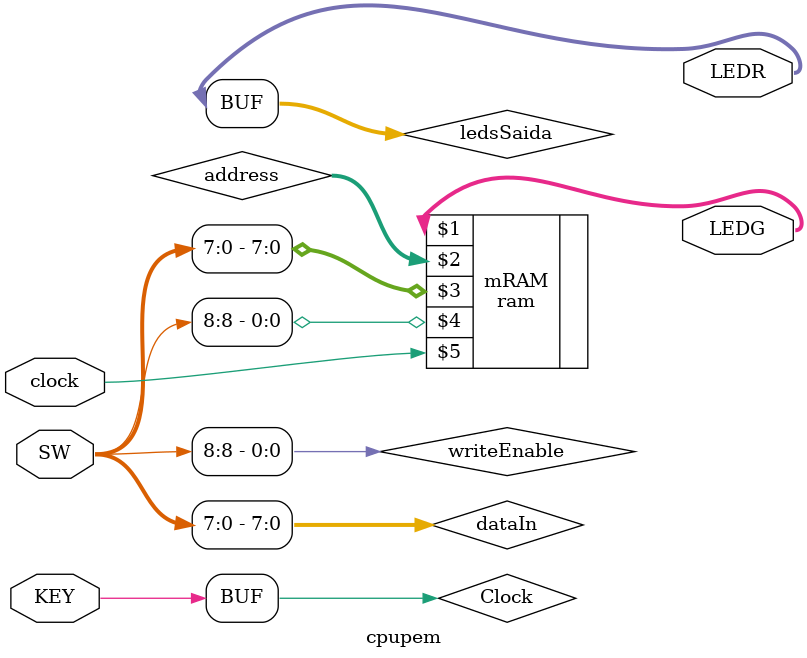
<source format=v>
module cpupem (SW, KEY, LEDR, LEDG,clock);

input [8:0] SW;  // Dados de entrada da ULA + bit de enable
input [0:0] KEY; // Clock antigo
input clock;
output [7:0] LEDR; // Exibiçao dos bits do registrador 
output [7:0] LEDG; // Exibiçao dos bits do registrador 

reg [7:0] ledsSaida;
wire [7:0] dataIn;
reg [3:0] address;
wire writeEnable;
reg [7:0] mem [15:0];

assign LEDR [7:0] = ledsSaida [7:0];
assign Clockn = !Clock, Clock = KEY[0];
assign writeEnable = SW[8];
assign dataIn[7:0] = SW[7:0];

	ram mRAM (LEDG[7:0], address, dataIn, writeEnable, clock);
	ula mula(operandoA, operandoB, opcode, ledsRegSaida, regSaida);
endmodule
</source>
